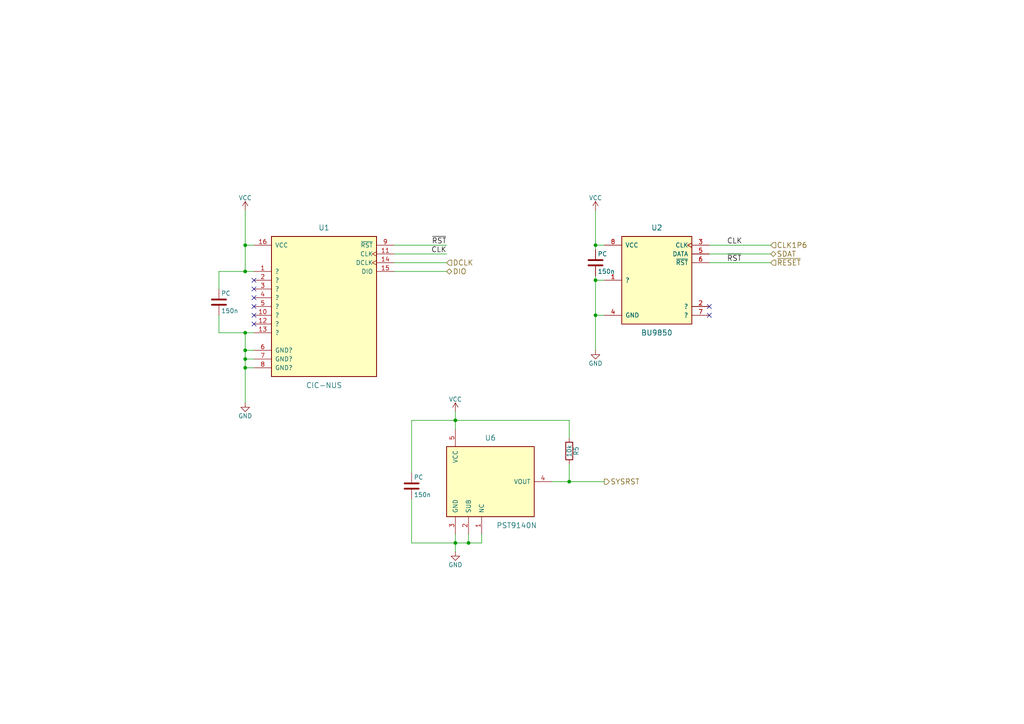
<source format=kicad_sch>
(kicad_sch (version 20231120) (generator "eeschema") (generator_version "8.0")
  (paper "A4")
  (title_block (title "Wide-Boy64 AGB") (date "2024-09-22") (rev "3") (company "CC-BY-SA-4.0 Michael Singer") (comment 1 "https://github.com/msinger/wideboy/") (comment 2 "http://iceboy.a-singer.de/"))
  (lib_symbols
    (symbol "DRM_Lockout_CIC-NUS:CIC-NUS" (pin_names (offset 1.016))
      (property "Reference" "U" (at 0 22.86 0))
      (property "Value" "CIC-NUS" (at 0 -22.86 0))
      (symbol "CIC-NUS_1_1"
        (rectangle (start -15.24 20.32) (end 15.24 -20.32) (stroke (width 0.254)) (fill (type background)))
        (pin input line (at -20.32 10.16 0) (length 5.08) (name "?") (number "1"))
        (pin passive line (at -20.32 -2.54 0) (length 5.08) (name "?") (number "10"))
        (pin input clock (at 20.32 15.24 180) (length 5.08) (name "CLK") (number "11"))
        (pin passive line (at -20.32 -5.08 0) (length 5.08) (name "?") (number "12"))
        (pin input line (at -20.32 -7.62 0) (length 5.08) (name "?") (number "13"))
        (pin input clock (at 20.32 12.7 180) (length 5.08) (name "DCLK") (number "14"))
        (pin bidirectional line (at 20.32 10.16 180) (length 5.08) (name "DIO") (number "15"))
        (pin power_in line (at -20.32 17.78 0) (length 5.08) (name "VCC") (number "16"))
        (pin passive line (at -20.32 7.62 0) (length 5.08) (name "?") (number "2"))
        (pin passive line (at -20.32 5.08 0) (length 5.08) (name "?") (number "3"))
        (pin passive line (at -20.32 2.54 0) (length 5.08) (name "?") (number "4"))
        (pin passive line (at -20.32 0 0) (length 5.08) (name "?") (number "5"))
        (pin passive line (at -20.32 -12.7 0) (length 5.08) (name "GND?") (number "6"))
        (pin passive line (at -20.32 -15.24 0) (length 5.08) (name "GND?") (number "7"))
        (pin passive line (at -20.32 -17.78 0) (length 5.08) (name "GND?") (number "8"))
        (pin input line (at 20.32 17.78 180) (length 5.08) (name "~{RST}") (number "9"))
      )
    )
    (symbol "Device:C" (pin_numbers hide) (pin_names (offset 0.254))
      (property "Reference" "C" (at 0.635 2.54 0))
      (property "Value" "C" (at 0.635 -2.54 0))
      (symbol "C_0_1"
        (polyline (pts (xy -2.032 -0.762) (xy 2.032 -0.762)) (stroke (width 0.508)))
        (polyline (pts (xy -2.032 0.762) (xy 2.032 0.762)) (stroke (width 0.508)))
      )
      (symbol "C_1_1"
        (pin passive line (at 0 3.81 270) (length 2.794) (name "~") (number "1"))
        (pin passive line (at 0 -3.81 90) (length 2.794) (name "~") (number "2"))
      )
    )
    (symbol "Device:R" (pin_numbers hide) (pin_names (offset 0))
      (property "Reference" "R" (at 2.032 0 90))
      (property "Value" "R" (at 0 0 90))
      (symbol "R_0_1"
        (rectangle (start -1.016 -2.54) (end 1.016 2.54) (stroke (width 0.254)))
      )
      (symbol "R_1_1"
        (pin passive line (at 0 3.81 270) (length 1.27) (name "~") (number "1"))
        (pin passive line (at 0 -3.81 90) (length 1.27) (name "~") (number "2"))
      )
    )
    (symbol "Memory_EEPROM_BU9850:BU9850" (pin_names (offset 1.016))
      (property "Reference" "U" (at 0 15.24 0))
      (property "Value" "BU9850" (at 0 -15.24 0))
      (symbol "BU9850_1_1"
        (rectangle (start -10.16 12.7) (end 10.16 -12.7) (stroke (width 0.254)) (fill (type background)))
        (pin input line (at -15.24 0 0) (length 5.08) (name "?") (number "1"))
        (pin passive line (at 15.24 -7.62 180) (length 5.08) (name "?") (number "2"))
        (pin input clock (at 15.24 10.16 180) (length 5.08) (name "CLK") (number "3"))
        (pin power_in line (at -15.24 -10.16 0) (length 5.08) (name "GND") (number "4"))
        (pin bidirectional line (at 15.24 7.62 180) (length 5.08) (name "DATA") (number "5"))
        (pin input line (at 15.24 5.08 180) (length 5.08) (name "~{RST}") (number "6"))
        (pin passive line (at 15.24 -10.16 180) (length 5.08) (name "?") (number "7"))
        (pin power_in line (at -15.24 10.16 0) (length 5.08) (name "VCC") (number "8"))
      )
    )
    (symbol "Power_Supervisor_PST91xx:PST91XXN_SOT" (pin_names (offset 1.016))
      (property "Reference" "U" (at 0 12.7 0))
      (property "Value" "PST9140N_SOT" (at 7.62 -12.7 0))
      (symbol "PST91XXN_SOT_1_1"
        (rectangle (start -12.7 10.16) (end 12.7 -10.16) (stroke (width 0.254)) (fill (type background)))
        (pin passive line (at -2.54 -15.24 90) (length 5.08) (name "NC") (number "1"))
        (pin input line (at -6.35 -15.24 90) (length 5.08) (name "SUB") (number "2"))
        (pin power_in line (at -10.16 -15.24 90) (length 5.08) (name "GND") (number "3"))
        (pin output line (at 17.78 0 180) (length 5.08) (name "VOUT") (number "4"))
        (pin power_in line (at -10.16 15.24 270) (length 5.08) (name "VCC") (number "5"))
      )
    )
    (symbol "power:GND" (power) (pin_numbers hide) (pin_names (offset 0) hide)
      (property "Value" "GND" (at 0 -3.81 0))
      (symbol "GND_0_1"
        (polyline (pts (xy 0 0) (xy 0 -1.27) (xy 1.27 -1.27) (xy 0 -2.54) (xy -1.27 -1.27) (xy 0 -1.27)))
      )
      (symbol "GND_1_1"
        (pin power_in line (at 0 0 270) (length 0) (name "~") (number "1"))
      )
    )
    (symbol "power:VCC" (power) (pin_numbers hide) (pin_names (offset 0) hide)
      (property "Value" "VCC" (at 0 3.556 0))
      (symbol "VCC_0_1"
        (polyline (pts (xy -0.762 1.27) (xy 0 2.54)))
        (polyline (pts (xy 0 0) (xy 0 2.54)))
        (polyline (pts (xy 0 2.54) (xy 0.762 1.27)))
      )
      (symbol "VCC_1_1"
        (pin power_in line (at 0 0 90) (length 0) (name "~") (number "1"))
      )
    )
  )
  (junction (at 172.72 91.44))
  (junction (at 172.72 71.12))
  (junction (at 132.08 157.48))
  (junction (at 135.89 157.48))
  (junction (at 71.12 104.14))
  (junction (at 172.72 81.28))
  (junction (at 165.1 139.7))
  (junction (at 71.12 78.74))
  (junction (at 71.12 106.68))
  (junction (at 132.08 121.92))
  (junction (at 71.12 71.12))
  (junction (at 71.12 96.52))
  (junction (at 71.12 101.6))
  (no_connect (at 73.66 93.98))
  (no_connect (at 205.74 88.9))
  (no_connect (at 73.66 81.28))
  (no_connect (at 73.66 86.36))
  (no_connect (at 205.74 91.44))
  (no_connect (at 73.66 88.9))
  (no_connect (at 73.66 91.44))
  (no_connect (at 73.66 83.82))
  (wire (pts (xy 205.74 76.2) (xy 223.52 76.2)))
  (wire (pts (xy 135.89 157.48) (xy 139.7 157.48)))
  (wire (pts (xy 172.72 81.28) (xy 172.72 91.44)))
  (wire (pts (xy 160.02 139.7) (xy 165.1 139.7)))
  (wire (pts (xy 71.12 78.74) (xy 73.66 78.74)))
  (wire (pts (xy 132.08 121.92) (xy 165.1 121.92)))
  (wire (pts (xy 172.72 60.96) (xy 172.72 71.12)))
  (wire (pts (xy 172.72 80.01) (xy 172.72 81.28)))
  (wire (pts (xy 165.1 139.7) (xy 165.1 134.62)))
  (wire (pts (xy 119.38 144.78) (xy 119.38 157.48)))
  (wire (pts (xy 63.5 78.74) (xy 63.5 83.82)))
  (wire (pts (xy 165.1 139.7) (xy 175.26 139.7)))
  (wire (pts (xy 71.12 104.14) (xy 71.12 106.68)))
  (wire (pts (xy 71.12 60.96) (xy 71.12 71.12)))
  (wire (pts (xy 71.12 101.6) (xy 73.66 101.6)))
  (wire (pts (xy 119.38 121.92) (xy 119.38 137.16)))
  (wire (pts (xy 132.08 119.38) (xy 132.08 121.92)))
  (wire (pts (xy 71.12 101.6) (xy 71.12 104.14)))
  (wire (pts (xy 223.52 73.66) (xy 205.74 73.66)))
  (wire (pts (xy 71.12 96.52) (xy 73.66 96.52)))
  (wire (pts (xy 132.08 121.92) (xy 132.08 124.46)))
  (wire (pts (xy 132.08 157.48) (xy 135.89 157.48)))
  (wire (pts (xy 63.5 91.44) (xy 63.5 96.52)))
  (wire (pts (xy 73.66 104.14) (xy 71.12 104.14)))
  (wire (pts (xy 172.72 71.12) (xy 172.72 72.39)))
  (wire (pts (xy 172.72 91.44) (xy 172.72 101.6)))
  (wire (pts (xy 135.89 154.94) (xy 135.89 157.48)))
  (wire (pts (xy 63.5 78.74) (xy 71.12 78.74)))
  (wire (pts (xy 132.08 154.94) (xy 132.08 157.48)))
  (wire (pts (xy 139.7 157.48) (xy 139.7 154.94)))
  (wire (pts (xy 71.12 71.12) (xy 71.12 78.74)))
  (wire (pts (xy 129.54 78.74) (xy 114.3 78.74)))
  (wire (pts (xy 172.72 71.12) (xy 175.26 71.12)))
  (wire (pts (xy 129.54 71.12) (xy 114.3 71.12)))
  (wire (pts (xy 129.54 76.2) (xy 114.3 76.2)))
  (wire (pts (xy 73.66 71.12) (xy 71.12 71.12)))
  (wire (pts (xy 172.72 91.44) (xy 175.26 91.44)))
  (wire (pts (xy 119.38 121.92) (xy 132.08 121.92)))
  (wire (pts (xy 175.26 81.28) (xy 172.72 81.28)))
  (wire (pts (xy 223.52 71.12) (xy 205.74 71.12)))
  (wire (pts (xy 71.12 96.52) (xy 71.12 101.6)))
  (wire (pts (xy 132.08 157.48) (xy 132.08 160.02)))
  (wire (pts (xy 165.1 121.92) (xy 165.1 127)))
  (wire (pts (xy 71.12 106.68) (xy 71.12 116.84)))
  (wire (pts (xy 119.38 157.48) (xy 132.08 157.48)))
  (wire (pts (xy 63.5 96.52) (xy 71.12 96.52)))
  (wire (pts (xy 129.54 73.66) (xy 114.3 73.66)))
  (wire (pts (xy 71.12 106.68) (xy 73.66 106.68)))
  (label "~{RST}" (at 129.54 71.12 180) (effects (font (size 1.524 1.524))))
  (label "CLK" (at 129.54 73.66 180) (effects (font (size 1.524 1.524))))
  (label "CLK" (at 210.82 71.12 0) (effects (font (size 1.524 1.524))))
  (label "~{RST}" (at 210.82 76.2 0) (effects (font (size 1.524 1.524))))
  (hierarchical_label "CLK1P6" (shape input) (at 223.52 71.12 0) (effects (font (size 1.524 1.524))))
  (hierarchical_label "SYSRST" (shape output) (at 175.26 139.7 0) (effects (font (size 1.524 1.524))))
  (hierarchical_label "SDAT" (shape bidirectional) (at 223.52 73.66 0) (effects (font (size 1.524 1.524))))
  (hierarchical_label "DIO" (shape bidirectional) (at 129.54 78.74 0) (effects (font (size 1.524 1.524))))
  (hierarchical_label "~{RESET}" (shape input) (at 223.52 76.2 0) (effects (font (size 1.524 1.524))))
  (hierarchical_label "DCLK" (shape input) (at 129.54 76.2 0) (effects (font (size 1.524 1.524))))
  (symbol (lib_id "Memory_EEPROM_BU9850:BU9850") (at 190.5 81.28 0) (unit 1)
    (property "Reference" "U2" (at 190.5 66.04 0) (effects (font (size 1.524 1.524))))
    (property "Value" "BU9850" (at 190.5 96.52 0) (effects (font (size 1.524 1.524))))
    (property "Description" "EEPROM used for Nintendo 64 game saves" (effects (hide yes)))
  )
  (symbol (lib_id "DRM_Lockout_CIC-NUS:CIC-NUS") (at 93.98 88.9 0) (unit 1)
    (property "Reference" "U1" (at 93.98 66.04 0) (effects (font (size 1.524 1.524))))
    (property "Value" "CIC-NUS" (at 93.98 111.76 0) (effects (font (size 1.524 1.524))))
    (property "Description" "Checking integrated circuit (CIC) Nintendo 64 lockout chip" (effects (hide yes)))
  )
  (symbol (lib_id "power:VCC") (at 71.12 60.96 0) (unit 1)
    (property "Reference" "#PWR0112" (effects (hide yes)))
    (property "Value" "VCC" (at 71.12 57.404 0))
    (property "Description" "Power symbol creates a global label with name \"VCC\"" (effects (hide yes)))
  )
  (symbol (lib_id "power:VCC") (at 172.72 60.96 0) (unit 1)
    (property "Reference" "#PWR0116" (effects (hide yes)))
    (property "Value" "VCC" (at 172.72 57.404 0))
    (property "Description" "Power symbol creates a global label with name \"VCC\"" (effects (hide yes)))
  )
  (symbol (lib_id "power:GND") (at 71.12 116.84 0) (unit 1)
    (property "Reference" "#PWR0113" (effects (hide yes)))
    (property "Value" "GND" (at 71.12 120.65 0))
    (property "Description" "Power symbol creates a global label with name \"GND\" , ground" (effects (hide yes)))
  )
  (symbol (lib_id "power:GND") (at 172.72 101.6 0) (unit 1)
    (property "Reference" "#PWR0115" (effects (hide yes)))
    (property "Value" "GND" (at 172.72 105.41 0))
    (property "Description" "Power symbol creates a global label with name \"GND\" , ground" (effects (hide yes)))
  )
  (symbol (lib_id "Power_Supervisor_PST91xx:PST91XXN_SOT") (at 142.24 139.7 0) (unit 1)
    (property "Reference" "U6" (at 142.24 127 0) (effects (font (size 1.524 1.524))))
    (property "Value" "PST9140N" (at 149.86 152.4 0) (effects (font (size 1.524 1.524))))
    (property "Datasheet" "https://www.alldatasheet.com/datasheet-pdf/pdf/93094/MITSUMI/PST9140.html" (effects (hide yes)))
    (property "Description" "System reset" (effects (hide yes)))
  )
  (symbol (lib_id "power:GND") (at 132.08 160.02 0) (unit 1)
    (property "Reference" "#PWR0117" (effects (hide yes)))
    (property "Value" "GND" (at 132.08 163.83 0))
    (property "Description" "Power symbol creates a global label with name \"GND\" , ground" (effects (hide yes)))
  )
  (symbol (lib_id "power:VCC") (at 132.08 119.38 0) (unit 1)
    (property "Reference" "#PWR0114" (effects (hide yes)))
    (property "Value" "VCC" (at 132.08 115.824 0))
    (property "Description" "Power symbol creates a global label with name \"VCC\"" (effects (hide yes)))
  )
  (symbol (lib_id "Device:C") (at 119.38 140.97 0) (unit 1)
    (property "Reference" "PC" (at 120.015 138.43 0) (effects (justify left)))
    (property "Value" "150n" (at 120.015 143.51 0) (effects (justify left)))
    (property "Description" "Unpolarized capacitor" (effects (hide yes)))
  )
  (symbol (lib_id "Device:R") (at 165.1 130.81 0) (unit 1)
    (property "Reference" "R5" (at 167.132 130.81 90))
    (property "Value" "10k" (at 165.1 130.81 90))
    (property "Description" "Resistor" (effects (hide yes)))
  )
  (symbol (lib_id "Device:C") (at 63.5 87.63 0) (unit 1)
    (property "Reference" "PC" (at 64.135 85.09 0) (effects (justify left)))
    (property "Value" "150n" (at 64.135 90.17 0) (effects (justify left)))
    (property "Description" "Unpolarized capacitor" (effects (hide yes)))
  )
  (symbol (lib_id "Device:C") (at 172.72 76.2 0) (unit 1)
    (property "Reference" "PC" (at 173.355 73.66 0) (effects (justify left)))
    (property "Value" "150n" (at 173.355 78.74 0) (effects (justify left)))
    (property "Description" "Unpolarized capacitor" (effects (hide yes)))
  )
)
</source>
